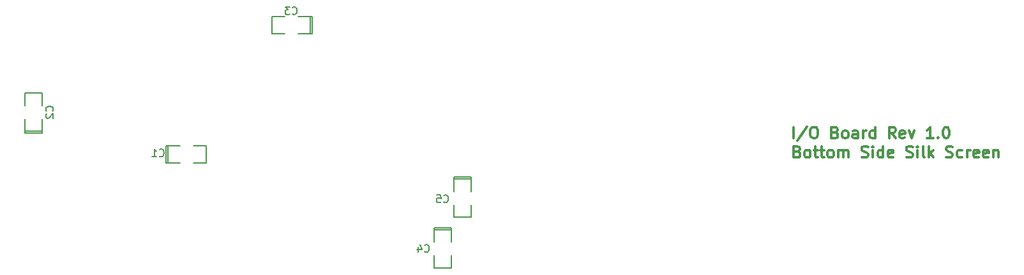
<source format=gbr>
G04 #@! TF.FileFunction,Legend,Bot*
%FSLAX46Y46*%
G04 Gerber Fmt 4.6, Leading zero omitted, Abs format (unit mm)*
G04 Created by KiCad (PCBNEW 4.0.6) date 11/29/17 13:30:51*
%MOMM*%
%LPD*%
G01*
G04 APERTURE LIST*
%ADD10C,0.100000*%
%ADD11C,0.300000*%
%ADD12C,0.150000*%
%ADD13C,1.727200*%
%ADD14O,1.727200X1.727200*%
%ADD15O,1.727200X2.032000*%
%ADD16R,2.030000X1.730000*%
%ADD17O,2.030000X1.730000*%
%ADD18C,1.100000*%
%ADD19C,1.500000*%
%ADD20R,1.524000X2.032000*%
%ADD21R,2.032000X1.524000*%
G04 APERTURE END LIST*
D10*
D11*
X226417143Y-93383571D02*
X226417143Y-91883571D01*
X228202857Y-91812143D02*
X226917143Y-93740714D01*
X228988572Y-91883571D02*
X229274286Y-91883571D01*
X229417144Y-91955000D01*
X229560001Y-92097857D01*
X229631429Y-92383571D01*
X229631429Y-92883571D01*
X229560001Y-93169286D01*
X229417144Y-93312143D01*
X229274286Y-93383571D01*
X228988572Y-93383571D01*
X228845715Y-93312143D01*
X228702858Y-93169286D01*
X228631429Y-92883571D01*
X228631429Y-92383571D01*
X228702858Y-92097857D01*
X228845715Y-91955000D01*
X228988572Y-91883571D01*
X231917144Y-92597857D02*
X232131430Y-92669286D01*
X232202858Y-92740714D01*
X232274287Y-92883571D01*
X232274287Y-93097857D01*
X232202858Y-93240714D01*
X232131430Y-93312143D01*
X231988572Y-93383571D01*
X231417144Y-93383571D01*
X231417144Y-91883571D01*
X231917144Y-91883571D01*
X232060001Y-91955000D01*
X232131430Y-92026429D01*
X232202858Y-92169286D01*
X232202858Y-92312143D01*
X232131430Y-92455000D01*
X232060001Y-92526429D01*
X231917144Y-92597857D01*
X231417144Y-92597857D01*
X233131430Y-93383571D02*
X232988572Y-93312143D01*
X232917144Y-93240714D01*
X232845715Y-93097857D01*
X232845715Y-92669286D01*
X232917144Y-92526429D01*
X232988572Y-92455000D01*
X233131430Y-92383571D01*
X233345715Y-92383571D01*
X233488572Y-92455000D01*
X233560001Y-92526429D01*
X233631430Y-92669286D01*
X233631430Y-93097857D01*
X233560001Y-93240714D01*
X233488572Y-93312143D01*
X233345715Y-93383571D01*
X233131430Y-93383571D01*
X234917144Y-93383571D02*
X234917144Y-92597857D01*
X234845715Y-92455000D01*
X234702858Y-92383571D01*
X234417144Y-92383571D01*
X234274287Y-92455000D01*
X234917144Y-93312143D02*
X234774287Y-93383571D01*
X234417144Y-93383571D01*
X234274287Y-93312143D01*
X234202858Y-93169286D01*
X234202858Y-93026429D01*
X234274287Y-92883571D01*
X234417144Y-92812143D01*
X234774287Y-92812143D01*
X234917144Y-92740714D01*
X235631430Y-93383571D02*
X235631430Y-92383571D01*
X235631430Y-92669286D02*
X235702858Y-92526429D01*
X235774287Y-92455000D01*
X235917144Y-92383571D01*
X236060001Y-92383571D01*
X237202858Y-93383571D02*
X237202858Y-91883571D01*
X237202858Y-93312143D02*
X237060001Y-93383571D01*
X236774287Y-93383571D01*
X236631429Y-93312143D01*
X236560001Y-93240714D01*
X236488572Y-93097857D01*
X236488572Y-92669286D01*
X236560001Y-92526429D01*
X236631429Y-92455000D01*
X236774287Y-92383571D01*
X237060001Y-92383571D01*
X237202858Y-92455000D01*
X239917144Y-93383571D02*
X239417144Y-92669286D01*
X239060001Y-93383571D02*
X239060001Y-91883571D01*
X239631429Y-91883571D01*
X239774287Y-91955000D01*
X239845715Y-92026429D01*
X239917144Y-92169286D01*
X239917144Y-92383571D01*
X239845715Y-92526429D01*
X239774287Y-92597857D01*
X239631429Y-92669286D01*
X239060001Y-92669286D01*
X241131429Y-93312143D02*
X240988572Y-93383571D01*
X240702858Y-93383571D01*
X240560001Y-93312143D01*
X240488572Y-93169286D01*
X240488572Y-92597857D01*
X240560001Y-92455000D01*
X240702858Y-92383571D01*
X240988572Y-92383571D01*
X241131429Y-92455000D01*
X241202858Y-92597857D01*
X241202858Y-92740714D01*
X240488572Y-92883571D01*
X241702858Y-92383571D02*
X242060001Y-93383571D01*
X242417143Y-92383571D01*
X244917143Y-93383571D02*
X244060000Y-93383571D01*
X244488572Y-93383571D02*
X244488572Y-91883571D01*
X244345715Y-92097857D01*
X244202857Y-92240714D01*
X244060000Y-92312143D01*
X245560000Y-93240714D02*
X245631428Y-93312143D01*
X245560000Y-93383571D01*
X245488571Y-93312143D01*
X245560000Y-93240714D01*
X245560000Y-93383571D01*
X246560000Y-91883571D02*
X246702857Y-91883571D01*
X246845714Y-91955000D01*
X246917143Y-92026429D01*
X246988572Y-92169286D01*
X247060000Y-92455000D01*
X247060000Y-92812143D01*
X246988572Y-93097857D01*
X246917143Y-93240714D01*
X246845714Y-93312143D01*
X246702857Y-93383571D01*
X246560000Y-93383571D01*
X246417143Y-93312143D01*
X246345714Y-93240714D01*
X246274286Y-93097857D01*
X246202857Y-92812143D01*
X246202857Y-92455000D01*
X246274286Y-92169286D01*
X246345714Y-92026429D01*
X246417143Y-91955000D01*
X246560000Y-91883571D01*
X226917143Y-95147857D02*
X227131429Y-95219286D01*
X227202857Y-95290714D01*
X227274286Y-95433571D01*
X227274286Y-95647857D01*
X227202857Y-95790714D01*
X227131429Y-95862143D01*
X226988571Y-95933571D01*
X226417143Y-95933571D01*
X226417143Y-94433571D01*
X226917143Y-94433571D01*
X227060000Y-94505000D01*
X227131429Y-94576429D01*
X227202857Y-94719286D01*
X227202857Y-94862143D01*
X227131429Y-95005000D01*
X227060000Y-95076429D01*
X226917143Y-95147857D01*
X226417143Y-95147857D01*
X228131429Y-95933571D02*
X227988571Y-95862143D01*
X227917143Y-95790714D01*
X227845714Y-95647857D01*
X227845714Y-95219286D01*
X227917143Y-95076429D01*
X227988571Y-95005000D01*
X228131429Y-94933571D01*
X228345714Y-94933571D01*
X228488571Y-95005000D01*
X228560000Y-95076429D01*
X228631429Y-95219286D01*
X228631429Y-95647857D01*
X228560000Y-95790714D01*
X228488571Y-95862143D01*
X228345714Y-95933571D01*
X228131429Y-95933571D01*
X229060000Y-94933571D02*
X229631429Y-94933571D01*
X229274286Y-94433571D02*
X229274286Y-95719286D01*
X229345714Y-95862143D01*
X229488572Y-95933571D01*
X229631429Y-95933571D01*
X229917143Y-94933571D02*
X230488572Y-94933571D01*
X230131429Y-94433571D02*
X230131429Y-95719286D01*
X230202857Y-95862143D01*
X230345715Y-95933571D01*
X230488572Y-95933571D01*
X231202858Y-95933571D02*
X231060000Y-95862143D01*
X230988572Y-95790714D01*
X230917143Y-95647857D01*
X230917143Y-95219286D01*
X230988572Y-95076429D01*
X231060000Y-95005000D01*
X231202858Y-94933571D01*
X231417143Y-94933571D01*
X231560000Y-95005000D01*
X231631429Y-95076429D01*
X231702858Y-95219286D01*
X231702858Y-95647857D01*
X231631429Y-95790714D01*
X231560000Y-95862143D01*
X231417143Y-95933571D01*
X231202858Y-95933571D01*
X232345715Y-95933571D02*
X232345715Y-94933571D01*
X232345715Y-95076429D02*
X232417143Y-95005000D01*
X232560001Y-94933571D01*
X232774286Y-94933571D01*
X232917143Y-95005000D01*
X232988572Y-95147857D01*
X232988572Y-95933571D01*
X232988572Y-95147857D02*
X233060001Y-95005000D01*
X233202858Y-94933571D01*
X233417143Y-94933571D01*
X233560001Y-95005000D01*
X233631429Y-95147857D01*
X233631429Y-95933571D01*
X235417143Y-95862143D02*
X235631429Y-95933571D01*
X235988572Y-95933571D01*
X236131429Y-95862143D01*
X236202858Y-95790714D01*
X236274286Y-95647857D01*
X236274286Y-95505000D01*
X236202858Y-95362143D01*
X236131429Y-95290714D01*
X235988572Y-95219286D01*
X235702858Y-95147857D01*
X235560000Y-95076429D01*
X235488572Y-95005000D01*
X235417143Y-94862143D01*
X235417143Y-94719286D01*
X235488572Y-94576429D01*
X235560000Y-94505000D01*
X235702858Y-94433571D01*
X236060000Y-94433571D01*
X236274286Y-94505000D01*
X236917143Y-95933571D02*
X236917143Y-94933571D01*
X236917143Y-94433571D02*
X236845714Y-94505000D01*
X236917143Y-94576429D01*
X236988571Y-94505000D01*
X236917143Y-94433571D01*
X236917143Y-94576429D01*
X238274286Y-95933571D02*
X238274286Y-94433571D01*
X238274286Y-95862143D02*
X238131429Y-95933571D01*
X237845715Y-95933571D01*
X237702857Y-95862143D01*
X237631429Y-95790714D01*
X237560000Y-95647857D01*
X237560000Y-95219286D01*
X237631429Y-95076429D01*
X237702857Y-95005000D01*
X237845715Y-94933571D01*
X238131429Y-94933571D01*
X238274286Y-95005000D01*
X239560000Y-95862143D02*
X239417143Y-95933571D01*
X239131429Y-95933571D01*
X238988572Y-95862143D01*
X238917143Y-95719286D01*
X238917143Y-95147857D01*
X238988572Y-95005000D01*
X239131429Y-94933571D01*
X239417143Y-94933571D01*
X239560000Y-95005000D01*
X239631429Y-95147857D01*
X239631429Y-95290714D01*
X238917143Y-95433571D01*
X241345714Y-95862143D02*
X241560000Y-95933571D01*
X241917143Y-95933571D01*
X242060000Y-95862143D01*
X242131429Y-95790714D01*
X242202857Y-95647857D01*
X242202857Y-95505000D01*
X242131429Y-95362143D01*
X242060000Y-95290714D01*
X241917143Y-95219286D01*
X241631429Y-95147857D01*
X241488571Y-95076429D01*
X241417143Y-95005000D01*
X241345714Y-94862143D01*
X241345714Y-94719286D01*
X241417143Y-94576429D01*
X241488571Y-94505000D01*
X241631429Y-94433571D01*
X241988571Y-94433571D01*
X242202857Y-94505000D01*
X242845714Y-95933571D02*
X242845714Y-94933571D01*
X242845714Y-94433571D02*
X242774285Y-94505000D01*
X242845714Y-94576429D01*
X242917142Y-94505000D01*
X242845714Y-94433571D01*
X242845714Y-94576429D01*
X243774286Y-95933571D02*
X243631428Y-95862143D01*
X243560000Y-95719286D01*
X243560000Y-94433571D01*
X244345714Y-95933571D02*
X244345714Y-94433571D01*
X244488571Y-95362143D02*
X244917142Y-95933571D01*
X244917142Y-94933571D02*
X244345714Y-95505000D01*
X246631428Y-95862143D02*
X246845714Y-95933571D01*
X247202857Y-95933571D01*
X247345714Y-95862143D01*
X247417143Y-95790714D01*
X247488571Y-95647857D01*
X247488571Y-95505000D01*
X247417143Y-95362143D01*
X247345714Y-95290714D01*
X247202857Y-95219286D01*
X246917143Y-95147857D01*
X246774285Y-95076429D01*
X246702857Y-95005000D01*
X246631428Y-94862143D01*
X246631428Y-94719286D01*
X246702857Y-94576429D01*
X246774285Y-94505000D01*
X246917143Y-94433571D01*
X247274285Y-94433571D01*
X247488571Y-94505000D01*
X248774285Y-95862143D02*
X248631428Y-95933571D01*
X248345714Y-95933571D01*
X248202856Y-95862143D01*
X248131428Y-95790714D01*
X248059999Y-95647857D01*
X248059999Y-95219286D01*
X248131428Y-95076429D01*
X248202856Y-95005000D01*
X248345714Y-94933571D01*
X248631428Y-94933571D01*
X248774285Y-95005000D01*
X249417142Y-95933571D02*
X249417142Y-94933571D01*
X249417142Y-95219286D02*
X249488570Y-95076429D01*
X249559999Y-95005000D01*
X249702856Y-94933571D01*
X249845713Y-94933571D01*
X250917141Y-95862143D02*
X250774284Y-95933571D01*
X250488570Y-95933571D01*
X250345713Y-95862143D01*
X250274284Y-95719286D01*
X250274284Y-95147857D01*
X250345713Y-95005000D01*
X250488570Y-94933571D01*
X250774284Y-94933571D01*
X250917141Y-95005000D01*
X250988570Y-95147857D01*
X250988570Y-95290714D01*
X250274284Y-95433571D01*
X252202855Y-95862143D02*
X252059998Y-95933571D01*
X251774284Y-95933571D01*
X251631427Y-95862143D01*
X251559998Y-95719286D01*
X251559998Y-95147857D01*
X251631427Y-95005000D01*
X251774284Y-94933571D01*
X252059998Y-94933571D01*
X252202855Y-95005000D01*
X252274284Y-95147857D01*
X252274284Y-95290714D01*
X251559998Y-95433571D01*
X252917141Y-94933571D02*
X252917141Y-95933571D01*
X252917141Y-95076429D02*
X252988569Y-95005000D01*
X253131427Y-94933571D01*
X253345712Y-94933571D01*
X253488569Y-95005000D01*
X253559998Y-95147857D01*
X253559998Y-95933571D01*
D12*
X143383000Y-96647000D02*
X143129000Y-96647000D01*
X143129000Y-96647000D02*
X143129000Y-94361000D01*
X143129000Y-94361000D02*
X143383000Y-94361000D01*
X143383000Y-96647000D02*
X143383000Y-94361000D01*
X143383000Y-94361000D02*
X145034000Y-94361000D01*
X146812000Y-96647000D02*
X148463000Y-96647000D01*
X148463000Y-96647000D02*
X148463000Y-94361000D01*
X148463000Y-94361000D02*
X146812000Y-94361000D01*
X145034000Y-96647000D02*
X143383000Y-96647000D01*
X126746000Y-92456000D02*
X126746000Y-92710000D01*
X126746000Y-92710000D02*
X124460000Y-92710000D01*
X124460000Y-92710000D02*
X124460000Y-92456000D01*
X126746000Y-92456000D02*
X124460000Y-92456000D01*
X124460000Y-92456000D02*
X124460000Y-90805000D01*
X126746000Y-89027000D02*
X126746000Y-87376000D01*
X126746000Y-87376000D02*
X124460000Y-87376000D01*
X124460000Y-87376000D02*
X124460000Y-89027000D01*
X126746000Y-90805000D02*
X126746000Y-92456000D01*
X162306000Y-77216000D02*
X162560000Y-77216000D01*
X162560000Y-77216000D02*
X162560000Y-79502000D01*
X162560000Y-79502000D02*
X162306000Y-79502000D01*
X162306000Y-77216000D02*
X162306000Y-79502000D01*
X162306000Y-79502000D02*
X160655000Y-79502000D01*
X158877000Y-77216000D02*
X157226000Y-77216000D01*
X157226000Y-77216000D02*
X157226000Y-79502000D01*
X157226000Y-79502000D02*
X158877000Y-79502000D01*
X160655000Y-77216000D02*
X162306000Y-77216000D01*
X178689000Y-105537000D02*
X178689000Y-105283000D01*
X178689000Y-105283000D02*
X180975000Y-105283000D01*
X180975000Y-105283000D02*
X180975000Y-105537000D01*
X178689000Y-105537000D02*
X180975000Y-105537000D01*
X180975000Y-105537000D02*
X180975000Y-107188000D01*
X178689000Y-108966000D02*
X178689000Y-110617000D01*
X178689000Y-110617000D02*
X180975000Y-110617000D01*
X180975000Y-110617000D02*
X180975000Y-108966000D01*
X178689000Y-107188000D02*
X178689000Y-105537000D01*
X181356000Y-98806000D02*
X181356000Y-98552000D01*
X181356000Y-98552000D02*
X183642000Y-98552000D01*
X183642000Y-98552000D02*
X183642000Y-98806000D01*
X181356000Y-98806000D02*
X183642000Y-98806000D01*
X183642000Y-98806000D02*
X183642000Y-100457000D01*
X181356000Y-102235000D02*
X181356000Y-103886000D01*
X181356000Y-103886000D02*
X183642000Y-103886000D01*
X183642000Y-103886000D02*
X183642000Y-102235000D01*
X181356000Y-100457000D02*
X181356000Y-98806000D01*
X142279666Y-95734143D02*
X142327285Y-95781762D01*
X142470142Y-95829381D01*
X142565380Y-95829381D01*
X142708238Y-95781762D01*
X142803476Y-95686524D01*
X142851095Y-95591286D01*
X142898714Y-95400810D01*
X142898714Y-95257952D01*
X142851095Y-95067476D01*
X142803476Y-94972238D01*
X142708238Y-94877000D01*
X142565380Y-94829381D01*
X142470142Y-94829381D01*
X142327285Y-94877000D01*
X142279666Y-94924619D01*
X141327285Y-95829381D02*
X141898714Y-95829381D01*
X141613000Y-95829381D02*
X141613000Y-94829381D01*
X141708238Y-94972238D01*
X141803476Y-95067476D01*
X141898714Y-95115095D01*
X128119143Y-89749334D02*
X128166762Y-89701715D01*
X128214381Y-89558858D01*
X128214381Y-89463620D01*
X128166762Y-89320762D01*
X128071524Y-89225524D01*
X127976286Y-89177905D01*
X127785810Y-89130286D01*
X127642952Y-89130286D01*
X127452476Y-89177905D01*
X127357238Y-89225524D01*
X127262000Y-89320762D01*
X127214381Y-89463620D01*
X127214381Y-89558858D01*
X127262000Y-89701715D01*
X127309619Y-89749334D01*
X127309619Y-90130286D02*
X127262000Y-90177905D01*
X127214381Y-90273143D01*
X127214381Y-90511239D01*
X127262000Y-90606477D01*
X127309619Y-90654096D01*
X127404857Y-90701715D01*
X127500095Y-90701715D01*
X127642952Y-90654096D01*
X128214381Y-90082667D01*
X128214381Y-90701715D01*
X159932666Y-76811143D02*
X159980285Y-76858762D01*
X160123142Y-76906381D01*
X160218380Y-76906381D01*
X160361238Y-76858762D01*
X160456476Y-76763524D01*
X160504095Y-76668286D01*
X160551714Y-76477810D01*
X160551714Y-76334952D01*
X160504095Y-76144476D01*
X160456476Y-76049238D01*
X160361238Y-75954000D01*
X160218380Y-75906381D01*
X160123142Y-75906381D01*
X159980285Y-75954000D01*
X159932666Y-76001619D01*
X159599333Y-75906381D02*
X158980285Y-75906381D01*
X159313619Y-76287333D01*
X159170761Y-76287333D01*
X159075523Y-76334952D01*
X159027904Y-76382571D01*
X158980285Y-76477810D01*
X158980285Y-76715905D01*
X159027904Y-76811143D01*
X159075523Y-76858762D01*
X159170761Y-76906381D01*
X159456476Y-76906381D01*
X159551714Y-76858762D01*
X159599333Y-76811143D01*
X177458666Y-108434143D02*
X177506285Y-108481762D01*
X177649142Y-108529381D01*
X177744380Y-108529381D01*
X177887238Y-108481762D01*
X177982476Y-108386524D01*
X178030095Y-108291286D01*
X178077714Y-108100810D01*
X178077714Y-107957952D01*
X178030095Y-107767476D01*
X177982476Y-107672238D01*
X177887238Y-107577000D01*
X177744380Y-107529381D01*
X177649142Y-107529381D01*
X177506285Y-107577000D01*
X177458666Y-107624619D01*
X176601523Y-107862714D02*
X176601523Y-108529381D01*
X176839619Y-107481762D02*
X177077714Y-108196048D01*
X176458666Y-108196048D01*
X179998666Y-101830143D02*
X180046285Y-101877762D01*
X180189142Y-101925381D01*
X180284380Y-101925381D01*
X180427238Y-101877762D01*
X180522476Y-101782524D01*
X180570095Y-101687286D01*
X180617714Y-101496810D01*
X180617714Y-101353952D01*
X180570095Y-101163476D01*
X180522476Y-101068238D01*
X180427238Y-100973000D01*
X180284380Y-100925381D01*
X180189142Y-100925381D01*
X180046285Y-100973000D01*
X179998666Y-101020619D01*
X179093904Y-100925381D02*
X179570095Y-100925381D01*
X179617714Y-101401571D01*
X179570095Y-101353952D01*
X179474857Y-101306333D01*
X179236761Y-101306333D01*
X179141523Y-101353952D01*
X179093904Y-101401571D01*
X179046285Y-101496810D01*
X179046285Y-101734905D01*
X179093904Y-101830143D01*
X179141523Y-101877762D01*
X179236761Y-101925381D01*
X179474857Y-101925381D01*
X179570095Y-101877762D01*
X179617714Y-101830143D01*
%LPC*%
D11*
X226417143Y-79413571D02*
X226417143Y-77913571D01*
X228202857Y-77842143D02*
X226917143Y-79770714D01*
X228988572Y-77913571D02*
X229274286Y-77913571D01*
X229417144Y-77985000D01*
X229560001Y-78127857D01*
X229631429Y-78413571D01*
X229631429Y-78913571D01*
X229560001Y-79199286D01*
X229417144Y-79342143D01*
X229274286Y-79413571D01*
X228988572Y-79413571D01*
X228845715Y-79342143D01*
X228702858Y-79199286D01*
X228631429Y-78913571D01*
X228631429Y-78413571D01*
X228702858Y-78127857D01*
X228845715Y-77985000D01*
X228988572Y-77913571D01*
X231917144Y-78627857D02*
X232131430Y-78699286D01*
X232202858Y-78770714D01*
X232274287Y-78913571D01*
X232274287Y-79127857D01*
X232202858Y-79270714D01*
X232131430Y-79342143D01*
X231988572Y-79413571D01*
X231417144Y-79413571D01*
X231417144Y-77913571D01*
X231917144Y-77913571D01*
X232060001Y-77985000D01*
X232131430Y-78056429D01*
X232202858Y-78199286D01*
X232202858Y-78342143D01*
X232131430Y-78485000D01*
X232060001Y-78556429D01*
X231917144Y-78627857D01*
X231417144Y-78627857D01*
X233131430Y-79413571D02*
X232988572Y-79342143D01*
X232917144Y-79270714D01*
X232845715Y-79127857D01*
X232845715Y-78699286D01*
X232917144Y-78556429D01*
X232988572Y-78485000D01*
X233131430Y-78413571D01*
X233345715Y-78413571D01*
X233488572Y-78485000D01*
X233560001Y-78556429D01*
X233631430Y-78699286D01*
X233631430Y-79127857D01*
X233560001Y-79270714D01*
X233488572Y-79342143D01*
X233345715Y-79413571D01*
X233131430Y-79413571D01*
X234917144Y-79413571D02*
X234917144Y-78627857D01*
X234845715Y-78485000D01*
X234702858Y-78413571D01*
X234417144Y-78413571D01*
X234274287Y-78485000D01*
X234917144Y-79342143D02*
X234774287Y-79413571D01*
X234417144Y-79413571D01*
X234274287Y-79342143D01*
X234202858Y-79199286D01*
X234202858Y-79056429D01*
X234274287Y-78913571D01*
X234417144Y-78842143D01*
X234774287Y-78842143D01*
X234917144Y-78770714D01*
X235631430Y-79413571D02*
X235631430Y-78413571D01*
X235631430Y-78699286D02*
X235702858Y-78556429D01*
X235774287Y-78485000D01*
X235917144Y-78413571D01*
X236060001Y-78413571D01*
X237202858Y-79413571D02*
X237202858Y-77913571D01*
X237202858Y-79342143D02*
X237060001Y-79413571D01*
X236774287Y-79413571D01*
X236631429Y-79342143D01*
X236560001Y-79270714D01*
X236488572Y-79127857D01*
X236488572Y-78699286D01*
X236560001Y-78556429D01*
X236631429Y-78485000D01*
X236774287Y-78413571D01*
X237060001Y-78413571D01*
X237202858Y-78485000D01*
X239917144Y-79413571D02*
X239417144Y-78699286D01*
X239060001Y-79413571D02*
X239060001Y-77913571D01*
X239631429Y-77913571D01*
X239774287Y-77985000D01*
X239845715Y-78056429D01*
X239917144Y-78199286D01*
X239917144Y-78413571D01*
X239845715Y-78556429D01*
X239774287Y-78627857D01*
X239631429Y-78699286D01*
X239060001Y-78699286D01*
X241131429Y-79342143D02*
X240988572Y-79413571D01*
X240702858Y-79413571D01*
X240560001Y-79342143D01*
X240488572Y-79199286D01*
X240488572Y-78627857D01*
X240560001Y-78485000D01*
X240702858Y-78413571D01*
X240988572Y-78413571D01*
X241131429Y-78485000D01*
X241202858Y-78627857D01*
X241202858Y-78770714D01*
X240488572Y-78913571D01*
X241702858Y-78413571D02*
X242060001Y-79413571D01*
X242417143Y-78413571D01*
X244917143Y-79413571D02*
X244060000Y-79413571D01*
X244488572Y-79413571D02*
X244488572Y-77913571D01*
X244345715Y-78127857D01*
X244202857Y-78270714D01*
X244060000Y-78342143D01*
X245560000Y-79270714D02*
X245631428Y-79342143D01*
X245560000Y-79413571D01*
X245488571Y-79342143D01*
X245560000Y-79270714D01*
X245560000Y-79413571D01*
X246560000Y-77913571D02*
X246702857Y-77913571D01*
X246845714Y-77985000D01*
X246917143Y-78056429D01*
X246988572Y-78199286D01*
X247060000Y-78485000D01*
X247060000Y-78842143D01*
X246988572Y-79127857D01*
X246917143Y-79270714D01*
X246845714Y-79342143D01*
X246702857Y-79413571D01*
X246560000Y-79413571D01*
X246417143Y-79342143D01*
X246345714Y-79270714D01*
X246274286Y-79127857D01*
X246202857Y-78842143D01*
X246202857Y-78485000D01*
X246274286Y-78199286D01*
X246345714Y-78056429D01*
X246417143Y-77985000D01*
X246560000Y-77913571D01*
X226917143Y-81177857D02*
X227131429Y-81249286D01*
X227202857Y-81320714D01*
X227274286Y-81463571D01*
X227274286Y-81677857D01*
X227202857Y-81820714D01*
X227131429Y-81892143D01*
X226988571Y-81963571D01*
X226417143Y-81963571D01*
X226417143Y-80463571D01*
X226917143Y-80463571D01*
X227060000Y-80535000D01*
X227131429Y-80606429D01*
X227202857Y-80749286D01*
X227202857Y-80892143D01*
X227131429Y-81035000D01*
X227060000Y-81106429D01*
X226917143Y-81177857D01*
X226417143Y-81177857D01*
X228131429Y-81963571D02*
X227988571Y-81892143D01*
X227917143Y-81820714D01*
X227845714Y-81677857D01*
X227845714Y-81249286D01*
X227917143Y-81106429D01*
X227988571Y-81035000D01*
X228131429Y-80963571D01*
X228345714Y-80963571D01*
X228488571Y-81035000D01*
X228560000Y-81106429D01*
X228631429Y-81249286D01*
X228631429Y-81677857D01*
X228560000Y-81820714D01*
X228488571Y-81892143D01*
X228345714Y-81963571D01*
X228131429Y-81963571D01*
X229060000Y-80963571D02*
X229631429Y-80963571D01*
X229274286Y-80463571D02*
X229274286Y-81749286D01*
X229345714Y-81892143D01*
X229488572Y-81963571D01*
X229631429Y-81963571D01*
X229917143Y-80963571D02*
X230488572Y-80963571D01*
X230131429Y-80463571D02*
X230131429Y-81749286D01*
X230202857Y-81892143D01*
X230345715Y-81963571D01*
X230488572Y-81963571D01*
X231202858Y-81963571D02*
X231060000Y-81892143D01*
X230988572Y-81820714D01*
X230917143Y-81677857D01*
X230917143Y-81249286D01*
X230988572Y-81106429D01*
X231060000Y-81035000D01*
X231202858Y-80963571D01*
X231417143Y-80963571D01*
X231560000Y-81035000D01*
X231631429Y-81106429D01*
X231702858Y-81249286D01*
X231702858Y-81677857D01*
X231631429Y-81820714D01*
X231560000Y-81892143D01*
X231417143Y-81963571D01*
X231202858Y-81963571D01*
X232345715Y-81963571D02*
X232345715Y-80963571D01*
X232345715Y-81106429D02*
X232417143Y-81035000D01*
X232560001Y-80963571D01*
X232774286Y-80963571D01*
X232917143Y-81035000D01*
X232988572Y-81177857D01*
X232988572Y-81963571D01*
X232988572Y-81177857D02*
X233060001Y-81035000D01*
X233202858Y-80963571D01*
X233417143Y-80963571D01*
X233560001Y-81035000D01*
X233631429Y-81177857D01*
X233631429Y-81963571D01*
X235417143Y-81892143D02*
X235631429Y-81963571D01*
X235988572Y-81963571D01*
X236131429Y-81892143D01*
X236202858Y-81820714D01*
X236274286Y-81677857D01*
X236274286Y-81535000D01*
X236202858Y-81392143D01*
X236131429Y-81320714D01*
X235988572Y-81249286D01*
X235702858Y-81177857D01*
X235560000Y-81106429D01*
X235488572Y-81035000D01*
X235417143Y-80892143D01*
X235417143Y-80749286D01*
X235488572Y-80606429D01*
X235560000Y-80535000D01*
X235702858Y-80463571D01*
X236060000Y-80463571D01*
X236274286Y-80535000D01*
X236917143Y-81963571D02*
X236917143Y-80963571D01*
X236917143Y-80463571D02*
X236845714Y-80535000D01*
X236917143Y-80606429D01*
X236988571Y-80535000D01*
X236917143Y-80463571D01*
X236917143Y-80606429D01*
X238274286Y-81963571D02*
X238274286Y-80463571D01*
X238274286Y-81892143D02*
X238131429Y-81963571D01*
X237845715Y-81963571D01*
X237702857Y-81892143D01*
X237631429Y-81820714D01*
X237560000Y-81677857D01*
X237560000Y-81249286D01*
X237631429Y-81106429D01*
X237702857Y-81035000D01*
X237845715Y-80963571D01*
X238131429Y-80963571D01*
X238274286Y-81035000D01*
X239560000Y-81892143D02*
X239417143Y-81963571D01*
X239131429Y-81963571D01*
X238988572Y-81892143D01*
X238917143Y-81749286D01*
X238917143Y-81177857D01*
X238988572Y-81035000D01*
X239131429Y-80963571D01*
X239417143Y-80963571D01*
X239560000Y-81035000D01*
X239631429Y-81177857D01*
X239631429Y-81320714D01*
X238917143Y-81463571D01*
X241345714Y-81892143D02*
X241560000Y-81963571D01*
X241917143Y-81963571D01*
X242060000Y-81892143D01*
X242131429Y-81820714D01*
X242202857Y-81677857D01*
X242202857Y-81535000D01*
X242131429Y-81392143D01*
X242060000Y-81320714D01*
X241917143Y-81249286D01*
X241631429Y-81177857D01*
X241488571Y-81106429D01*
X241417143Y-81035000D01*
X241345714Y-80892143D01*
X241345714Y-80749286D01*
X241417143Y-80606429D01*
X241488571Y-80535000D01*
X241631429Y-80463571D01*
X241988571Y-80463571D01*
X242202857Y-80535000D01*
X243060000Y-81963571D02*
X242917142Y-81892143D01*
X242845714Y-81820714D01*
X242774285Y-81677857D01*
X242774285Y-81249286D01*
X242845714Y-81106429D01*
X242917142Y-81035000D01*
X243060000Y-80963571D01*
X243274285Y-80963571D01*
X243417142Y-81035000D01*
X243488571Y-81106429D01*
X243560000Y-81249286D01*
X243560000Y-81677857D01*
X243488571Y-81820714D01*
X243417142Y-81892143D01*
X243274285Y-81963571D01*
X243060000Y-81963571D01*
X244417143Y-81963571D02*
X244274285Y-81892143D01*
X244202857Y-81749286D01*
X244202857Y-80463571D01*
X245631428Y-81963571D02*
X245631428Y-80463571D01*
X245631428Y-81892143D02*
X245488571Y-81963571D01*
X245202857Y-81963571D01*
X245059999Y-81892143D01*
X244988571Y-81820714D01*
X244917142Y-81677857D01*
X244917142Y-81249286D01*
X244988571Y-81106429D01*
X245059999Y-81035000D01*
X245202857Y-80963571D01*
X245488571Y-80963571D01*
X245631428Y-81035000D01*
X246917142Y-81892143D02*
X246774285Y-81963571D01*
X246488571Y-81963571D01*
X246345714Y-81892143D01*
X246274285Y-81749286D01*
X246274285Y-81177857D01*
X246345714Y-81035000D01*
X246488571Y-80963571D01*
X246774285Y-80963571D01*
X246917142Y-81035000D01*
X246988571Y-81177857D01*
X246988571Y-81320714D01*
X246274285Y-81463571D01*
X247631428Y-81963571D02*
X247631428Y-80963571D01*
X247631428Y-81249286D02*
X247702856Y-81106429D01*
X247774285Y-81035000D01*
X247917142Y-80963571D01*
X248059999Y-80963571D01*
X249702856Y-81963571D02*
X249702856Y-80463571D01*
X250202856Y-81535000D01*
X250702856Y-80463571D01*
X250702856Y-81963571D01*
X252059999Y-81963571D02*
X252059999Y-81177857D01*
X251988570Y-81035000D01*
X251845713Y-80963571D01*
X251559999Y-80963571D01*
X251417142Y-81035000D01*
X252059999Y-81892143D02*
X251917142Y-81963571D01*
X251559999Y-81963571D01*
X251417142Y-81892143D01*
X251345713Y-81749286D01*
X251345713Y-81606429D01*
X251417142Y-81463571D01*
X251559999Y-81392143D01*
X251917142Y-81392143D01*
X252059999Y-81320714D01*
X252702856Y-81892143D02*
X252845713Y-81963571D01*
X253131428Y-81963571D01*
X253274285Y-81892143D01*
X253345713Y-81749286D01*
X253345713Y-81677857D01*
X253274285Y-81535000D01*
X253131428Y-81463571D01*
X252917142Y-81463571D01*
X252774285Y-81392143D01*
X252702856Y-81249286D01*
X252702856Y-81177857D01*
X252774285Y-81035000D01*
X252917142Y-80963571D01*
X253131428Y-80963571D01*
X253274285Y-81035000D01*
X253988571Y-81963571D02*
X253988571Y-80463571D01*
X254131428Y-81392143D02*
X254559999Y-81963571D01*
X254559999Y-80963571D02*
X253988571Y-81535000D01*
D13*
X197358000Y-114046000D03*
D14*
X199898000Y-114046000D03*
X197358000Y-111506000D03*
X199898000Y-111506000D03*
X197358000Y-108966000D03*
X199898000Y-108966000D03*
X197358000Y-106426000D03*
X199898000Y-106426000D03*
X197358000Y-103886000D03*
X199898000Y-103886000D03*
X197358000Y-101346000D03*
X199898000Y-101346000D03*
X197358000Y-98806000D03*
X199898000Y-98806000D03*
X197358000Y-96266000D03*
X199898000Y-96266000D03*
X197358000Y-93726000D03*
X199898000Y-93726000D03*
X197358000Y-91186000D03*
X199898000Y-91186000D03*
X197358000Y-88646000D03*
X199898000Y-88646000D03*
X197358000Y-86106000D03*
X199898000Y-86106000D03*
X197358000Y-83566000D03*
X199898000Y-83566000D03*
X197358000Y-81026000D03*
X199898000Y-81026000D03*
X197358000Y-78486000D03*
X199898000Y-78486000D03*
X197358000Y-75946000D03*
X199898000Y-75946000D03*
X197358000Y-73406000D03*
X199898000Y-73406000D03*
X197358000Y-70866000D03*
X199898000Y-70866000D03*
D15*
X131318000Y-119126000D03*
X133858000Y-119126000D03*
X136398000Y-119126000D03*
X138938000Y-119126000D03*
X141478000Y-119126000D03*
X144018000Y-119126000D03*
X146558000Y-119126000D03*
X149098000Y-119126000D03*
X154178000Y-119126000D03*
X156718000Y-119126000D03*
X159258000Y-119126000D03*
X161798000Y-119126000D03*
X164338000Y-119126000D03*
X166878000Y-119126000D03*
X169418000Y-119126000D03*
X171958000Y-119126000D03*
X177038000Y-119126000D03*
X179578000Y-119126000D03*
X182118000Y-119126000D03*
X184658000Y-119126000D03*
X187198000Y-119126000D03*
X189738000Y-119126000D03*
X192278000Y-119126000D03*
X194818000Y-119126000D03*
X122174000Y-70866000D03*
X124714000Y-70866000D03*
X127254000Y-70866000D03*
X129794000Y-70866000D03*
X132334000Y-70866000D03*
X134874000Y-70866000D03*
X137414000Y-70866000D03*
X139954000Y-70866000D03*
X142494000Y-70866000D03*
X145034000Y-70866000D03*
X149098000Y-70866000D03*
X151638000Y-70866000D03*
X154178000Y-70866000D03*
X156718000Y-70866000D03*
X159258000Y-70866000D03*
X161798000Y-70866000D03*
X164338000Y-70866000D03*
X166878000Y-70866000D03*
X171958000Y-70866000D03*
X174498000Y-70866000D03*
X177038000Y-70866000D03*
X179578000Y-70866000D03*
X182118000Y-70866000D03*
X184658000Y-70866000D03*
X187198000Y-70866000D03*
X189738000Y-70866000D03*
D16*
X189992000Y-99314000D03*
D17*
X189992000Y-101854000D03*
X189992000Y-104394000D03*
X189992000Y-106934000D03*
D18*
X192152000Y-104394000D03*
D19*
X106976000Y-105045000D03*
X106976000Y-80845000D03*
D20*
X144272000Y-95504000D03*
X147574000Y-95504000D03*
D21*
X125603000Y-91567000D03*
X125603000Y-88265000D03*
D20*
X161417000Y-78359000D03*
X158115000Y-78359000D03*
D21*
X179832000Y-106426000D03*
X179832000Y-109728000D03*
X182499000Y-99695000D03*
X182499000Y-102997000D03*
M02*

</source>
